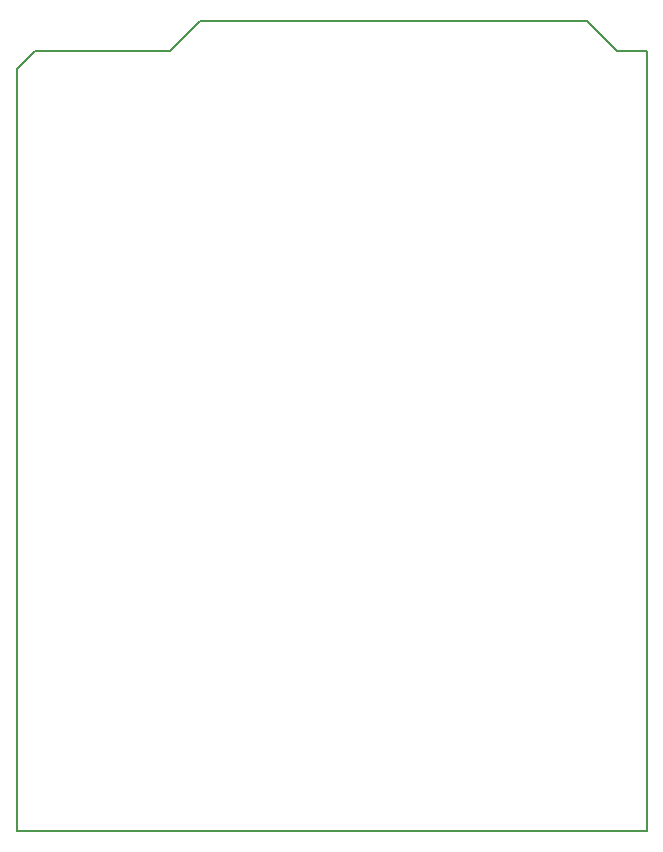
<source format=gbr>
G04 #@! TF.GenerationSoftware,KiCad,Pcbnew,(6.0.5)*
G04 #@! TF.CreationDate,2022-05-09T16:29:05-07:00*
G04 #@! TF.ProjectId,KiCad Project,4b694361-6420-4507-926f-6a6563742e6b,rev?*
G04 #@! TF.SameCoordinates,Original*
G04 #@! TF.FileFunction,Profile,NP*
%FSLAX46Y46*%
G04 Gerber Fmt 4.6, Leading zero omitted, Abs format (unit mm)*
G04 Created by KiCad (PCBNEW (6.0.5)) date 2022-05-09 16:29:05*
%MOMM*%
%LPD*%
G01*
G04 APERTURE LIST*
G04 #@! TA.AperFunction,Profile*
%ADD10C,0.150000*%
G04 #@! TD*
G04 APERTURE END LIST*
D10*
X145542000Y-69215000D02*
X143002000Y-71755000D01*
X183388000Y-71755000D02*
X180848000Y-71755000D01*
X131572000Y-71755000D02*
X130048000Y-73279000D01*
X180848000Y-71755000D02*
X178308000Y-69215000D01*
X130048000Y-137795000D02*
X183388000Y-137795000D01*
X178308000Y-69215000D02*
X145542000Y-69215000D01*
X183388000Y-137795000D02*
X183388000Y-71755000D01*
X130048000Y-73279000D02*
X130048000Y-137795000D01*
X143002000Y-71755000D02*
X131572000Y-71755000D01*
M02*

</source>
